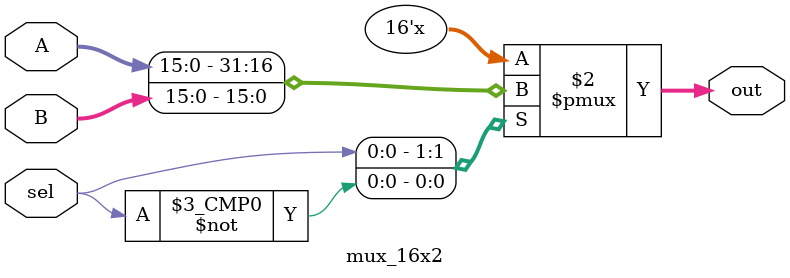
<source format=v>
module mux_16x2(sel, A, B, out);
	input sel;
	input [15:0] A,B;
	output reg [15:0] out;

	always@*
	begin
		case(sel)
		1'b1: out = A;
		1'b0: out = B;
		endcase
	end
endmodule

</source>
